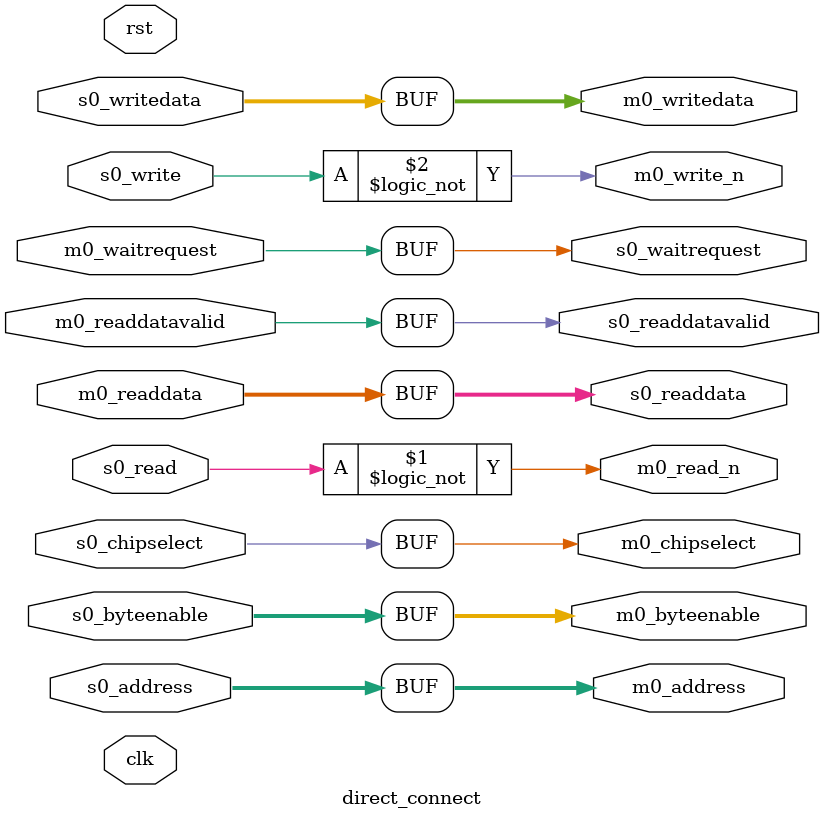
<source format=sv>
module direct_connect (
	input  logic        	clk,              
   input  logic        	rst,              

// Memory-Mapped Master interface -- To SDRAM Controller
   input  logic         m0_waitrequest,   
   input  logic         m0_readdatavalid, 
	input  logic [15:0]  m0_readdata,
		
	output logic [25:0] 	m0_address,
	output logic        	m0_read_n,
	output logic			m0_write_n,
	output logic [15:0] 	m0_writedata,
	output logic 			m0_chipselect,
	output logic [1:0]	m0_byteenable,
        
// Memory-Mapped Slave interface -- Base Addresses
	input  logic [25:0]  s0_address,       
	input  logic        	s0_read,          
	input  logic        	s0_write,         
	input  logic [15:0] 	s0_writedata,    
	input  logic			s0_chipselect,
	input  logic [1:0]	s0_byteenable,
	
	output logic         s0_waitrequest,   
   output logic         s0_readdatavalid, 
	output logic [15:0] 	s0_readdata
	);
	
	assign m0_waitrequest   = s0_waitrequest;
	assign m0_readdatavalid = s0_readdatavalid;
	assign m0_readdata			= s0_readdata;
	assign m0_address			= s0_address;
	assign m0_read_n			= !s0_read;
	assign m0_write_n			= !s0_write;
	assign m0_writedata		= s0_writedata;
	assign m0_chipselect		= s0_chipselect;
	assign m0_byteenable		= s0_byteenable;
		
endmodule

</source>
